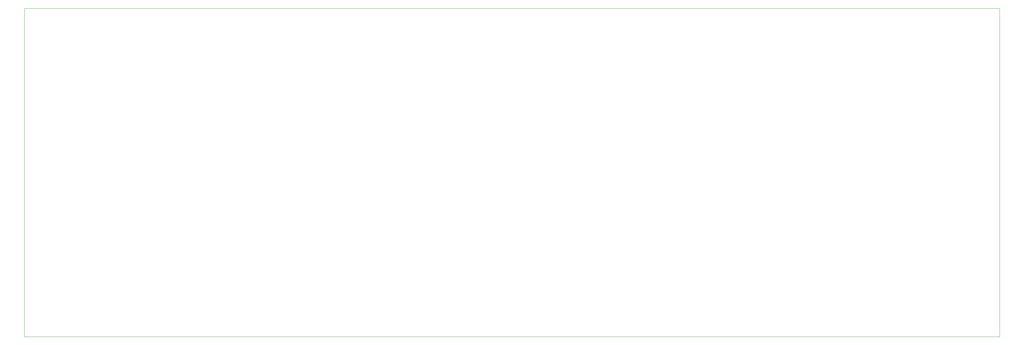
<source format=gbr>
%TF.GenerationSoftware,KiCad,Pcbnew,(6.0.5)*%
%TF.CreationDate,2023-04-01T18:57:01-04:00*%
%TF.ProjectId,paperweight 60,70617065-7277-4656-9967-68742036302e,rev?*%
%TF.SameCoordinates,Original*%
%TF.FileFunction,Profile,NP*%
%FSLAX46Y46*%
G04 Gerber Fmt 4.6, Leading zero omitted, Abs format (unit mm)*
G04 Created by KiCad (PCBNEW (6.0.5)) date 2023-04-01 18:57:01*
%MOMM*%
%LPD*%
G01*
G04 APERTURE LIST*
%TA.AperFunction,Profile*%
%ADD10C,0.100000*%
%TD*%
G04 APERTURE END LIST*
D10*
X3968750Y-21431250D02*
X4762500Y-21431250D01*
X3968750Y-118268750D02*
X3968750Y-21431250D01*
X291306250Y-118268750D02*
X3968750Y-118268750D01*
X291306250Y-21431250D02*
X291306250Y-118268750D01*
X4762500Y-21431250D02*
X291306250Y-21431250D01*
M02*

</source>
